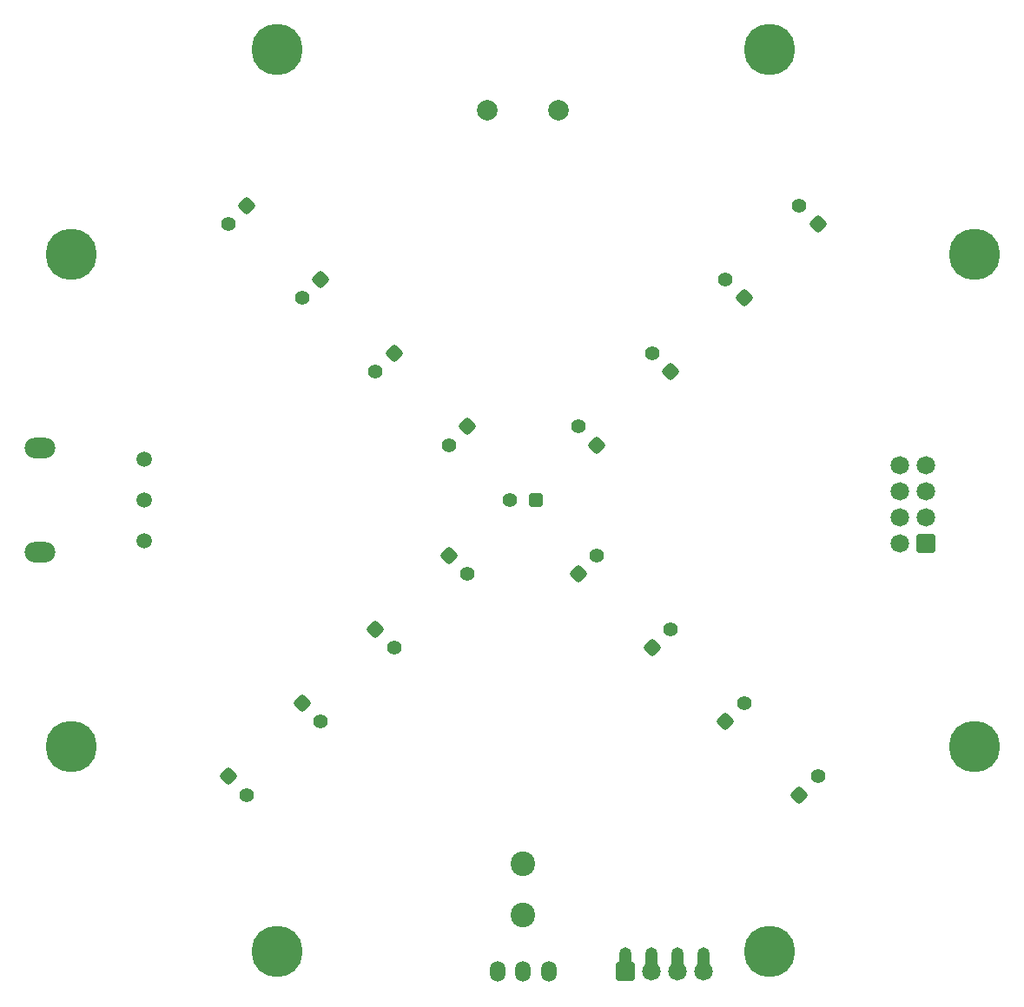
<source format=gbr>
%TF.GenerationSoftware,Altium Limited,Altium Designer,20.1.8 (145)*%
G04 Layer_Color=255*
%FSLAX45Y45*%
%MOMM*%
%TF.SameCoordinates,5961E689-EF10-4C47-967A-3E799B42680D*%
%TF.FilePolarity,Positive*%
%TF.FileFunction,Pads,Top*%
%TF.Part,Single*%
G01*
G75*
%TA.AperFunction,SMDPad,CuDef*%
G04:AMPARAMS|DCode=10|XSize=1.25mm|YSize=3mm|CornerRadius=0.625mm|HoleSize=0mm|Usage=FLASHONLY|Rotation=0.000|XOffset=0mm|YOffset=0mm|HoleType=Round|Shape=RoundedRectangle|*
%AMROUNDEDRECTD10*
21,1,1.25000,1.75000,0,0,0.0*
21,1,0.00000,3.00000,0,0,0.0*
1,1,1.25000,0.00000,-0.87500*
1,1,1.25000,0.00000,-0.87500*
1,1,1.25000,0.00000,0.87500*
1,1,1.25000,0.00000,0.87500*
%
%ADD10ROUNDEDRECTD10*%
%TA.AperFunction,ComponentPad*%
%ADD13O,3.00000X2.00000*%
%ADD14C,1.50000*%
G04:AMPARAMS|DCode=15|XSize=1.8mm|YSize=1.8mm|CornerRadius=0.9mm|HoleSize=0mm|Usage=FLASHONLY|Rotation=90.000|XOffset=0mm|YOffset=0mm|HoleType=Round|Shape=RoundedRectangle|*
%AMROUNDEDRECTD15*
21,1,1.80000,0.00000,0,0,90.0*
21,1,0.00000,1.80000,0,0,90.0*
1,1,1.80000,0.00000,0.00000*
1,1,1.80000,0.00000,0.00000*
1,1,1.80000,0.00000,0.00000*
1,1,1.80000,0.00000,0.00000*
%
%ADD15ROUNDEDRECTD15*%
G04:AMPARAMS|DCode=16|XSize=1.8mm|YSize=1.8mm|CornerRadius=0.18mm|HoleSize=0mm|Usage=FLASHONLY|Rotation=90.000|XOffset=0mm|YOffset=0mm|HoleType=Round|Shape=RoundedRectangle|*
%AMROUNDEDRECTD16*
21,1,1.80000,1.44000,0,0,90.0*
21,1,1.44000,1.80000,0,0,90.0*
1,1,0.36000,0.72000,0.72000*
1,1,0.36000,0.72000,-0.72000*
1,1,0.36000,-0.72000,-0.72000*
1,1,0.36000,-0.72000,0.72000*
%
%ADD16ROUNDEDRECTD16*%
%TA.AperFunction,ViaPad*%
%ADD17C,5.00000*%
%TA.AperFunction,ComponentPad*%
G04:AMPARAMS|DCode=18|XSize=1.5mm|YSize=2mm|CornerRadius=0.75mm|HoleSize=0mm|Usage=FLASHONLY|Rotation=180.000|XOffset=0mm|YOffset=0mm|HoleType=Round|Shape=RoundedRectangle|*
%AMROUNDEDRECTD18*
21,1,1.50000,0.50000,0,0,180.0*
21,1,0.00000,2.00000,0,0,180.0*
1,1,1.50000,0.00000,0.25000*
1,1,1.50000,0.00000,0.25000*
1,1,1.50000,0.00000,-0.25000*
1,1,1.50000,0.00000,-0.25000*
%
%ADD18ROUNDEDRECTD18*%
G04:AMPARAMS|DCode=19|XSize=1.8mm|YSize=1.8mm|CornerRadius=0.18mm|HoleSize=0mm|Usage=FLASHONLY|Rotation=0.000|XOffset=0mm|YOffset=0mm|HoleType=Round|Shape=RoundedRectangle|*
%AMROUNDEDRECTD19*
21,1,1.80000,1.44000,0,0,0.0*
21,1,1.44000,1.80000,0,0,0.0*
1,1,0.36000,0.72000,-0.72000*
1,1,0.36000,-0.72000,-0.72000*
1,1,0.36000,-0.72000,0.72000*
1,1,0.36000,0.72000,0.72000*
%
%ADD19ROUNDEDRECTD19*%
G04:AMPARAMS|DCode=20|XSize=1.8mm|YSize=1.8mm|CornerRadius=0.9mm|HoleSize=0mm|Usage=FLASHONLY|Rotation=0.000|XOffset=0mm|YOffset=0mm|HoleType=Round|Shape=RoundedRectangle|*
%AMROUNDEDRECTD20*
21,1,1.80000,0.00000,0,0,0.0*
21,1,0.00000,1.80000,0,0,0.0*
1,1,1.80000,0.00000,0.00000*
1,1,1.80000,0.00000,0.00000*
1,1,1.80000,0.00000,0.00000*
1,1,1.80000,0.00000,0.00000*
%
%ADD20ROUNDEDRECTD20*%
%ADD21C,2.40000*%
%ADD22C,2.00000*%
%ADD23C,1.40000*%
G04:AMPARAMS|DCode=24|XSize=1.4mm|YSize=1.4mm|CornerRadius=0.35mm|HoleSize=0mm|Usage=FLASHONLY|Rotation=315.000|XOffset=0mm|YOffset=0mm|HoleType=Round|Shape=RoundedRectangle|*
%AMROUNDEDRECTD24*
21,1,1.40000,0.70000,0,0,315.0*
21,1,0.70000,1.40000,0,0,315.0*
1,1,0.70000,0.00000,-0.49498*
1,1,0.70000,-0.49498,0.00000*
1,1,0.70000,0.00000,0.49498*
1,1,0.70000,0.49498,0.00000*
%
%ADD24ROUNDEDRECTD24*%
G04:AMPARAMS|DCode=25|XSize=1.4mm|YSize=1.4mm|CornerRadius=0.35mm|HoleSize=0mm|Usage=FLASHONLY|Rotation=90.000|XOffset=0mm|YOffset=0mm|HoleType=Round|Shape=RoundedRectangle|*
%AMROUNDEDRECTD25*
21,1,1.40000,0.70000,0,0,90.0*
21,1,0.70000,1.40000,0,0,90.0*
1,1,0.70000,0.35000,0.35000*
1,1,0.70000,0.35000,-0.35000*
1,1,0.70000,-0.35000,-0.35000*
1,1,0.70000,-0.35000,0.35000*
%
%ADD25ROUNDEDRECTD25*%
G04:AMPARAMS|DCode=26|XSize=1.4mm|YSize=1.4mm|CornerRadius=0.35mm|HoleSize=0mm|Usage=FLASHONLY|Rotation=45.000|XOffset=0mm|YOffset=0mm|HoleType=Round|Shape=RoundedRectangle|*
%AMROUNDEDRECTD26*
21,1,1.40000,0.70000,0,0,45.0*
21,1,0.70000,1.40000,0,0,45.0*
1,1,0.70000,0.49498,0.00000*
1,1,0.70000,0.00000,-0.49498*
1,1,0.70000,-0.49498,0.00000*
1,1,0.70000,0.00000,0.49498*
%
%ADD26ROUNDEDRECTD26*%
D10*
X1760929Y-4513351D02*
D03*
X1506929D02*
D03*
X1252929D02*
D03*
X998929D02*
D03*
D13*
X-4710139Y-510000D02*
D03*
Y510000D02*
D03*
D14*
X-3690139Y400000D02*
D03*
Y0D02*
D03*
Y-400000D02*
D03*
D15*
X3673000Y339494D02*
D03*
Y85494D02*
D03*
X3673000Y-168506D02*
D03*
X3673000Y-422506D02*
D03*
X3927000Y339494D02*
D03*
Y85494D02*
D03*
Y-168506D02*
D03*
D16*
Y-422506D02*
D03*
D17*
X2400000Y-4400000D02*
D03*
X-2400000D02*
D03*
X4400000Y-2400000D02*
D03*
Y2400000D02*
D03*
X-4400000Y-2400000D02*
D03*
Y2400000D02*
D03*
X-2400000Y4400000D02*
D03*
X2400000D02*
D03*
D18*
X250000Y-4593351D02*
D03*
X0D02*
D03*
X-250000D02*
D03*
D19*
X998929D02*
D03*
D20*
X1252929D02*
D03*
X1506929D02*
D03*
X1760929D02*
D03*
D21*
X0Y-3544310D02*
D03*
Y-4044310D02*
D03*
D22*
X-350000Y3800000D02*
D03*
X350000D02*
D03*
D23*
X2873682Y-2694077D02*
D03*
X2155261Y-1975656D02*
D03*
X1436841Y-1257236D02*
D03*
X718420Y-538816D02*
D03*
X-127000Y0D02*
D03*
X2694077Y2873682D02*
D03*
X1975656Y2155261D02*
D03*
X538816Y718420D02*
D03*
X1257236Y1436841D02*
D03*
X-718420Y538816D02*
D03*
X-2873682Y2694077D02*
D03*
X-2155261Y1975656D02*
D03*
X-1436841Y1257236D02*
D03*
X-2694077Y-2873682D02*
D03*
X-1975656Y-2155261D02*
D03*
X-538816Y-718420D02*
D03*
X-1257236Y-1436841D02*
D03*
D24*
X2694077Y-2873682D02*
D03*
X1975656Y-2155261D02*
D03*
X1257236Y-1436841D02*
D03*
X538816Y-718420D02*
D03*
X-538816Y718420D02*
D03*
X-2694077Y2873682D02*
D03*
X-1975656Y2155261D02*
D03*
X-1257236Y1436841D02*
D03*
D25*
X127000Y0D02*
D03*
D26*
X2873682Y2694077D02*
D03*
X2155261Y1975656D02*
D03*
X718420Y538816D02*
D03*
X1436841Y1257236D02*
D03*
X-2873682Y-2694077D02*
D03*
X-2155261Y-1975656D02*
D03*
X-718420Y-538816D02*
D03*
X-1436841Y-1257236D02*
D03*
%TF.MD5,609221e4e4e3644abd692be7f310ef72*%
M02*

</source>
